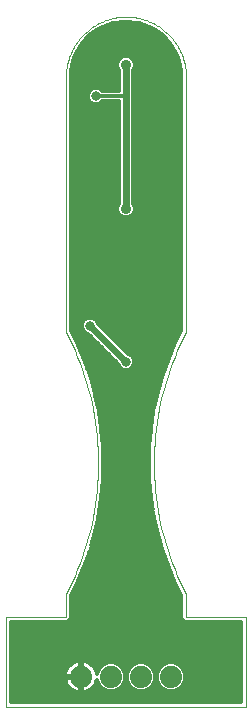
<source format=gbl>
G75*
%MOIN*%
%OFA0B0*%
%FSLAX25Y25*%
%IPPOS*%
%LPD*%
%AMOC8*
5,1,8,0,0,1.08239X$1,22.5*
%
%ADD10C,0.00000*%
%ADD11C,0.07400*%
%ADD12C,0.03169*%
%ADD13C,0.01200*%
%ADD14C,0.02400*%
%ADD15C,0.03562*%
D10*
X0046600Y0039100D02*
X0046600Y0069100D01*
X0066600Y0069100D01*
X0066600Y0076600D01*
X0046600Y0039100D02*
X0126600Y0039100D01*
X0126600Y0069100D01*
X0106600Y0069100D01*
X0106600Y0076600D01*
X0106600Y0164100D02*
X0106600Y0249100D01*
X0106594Y0249587D01*
X0106576Y0250074D01*
X0106547Y0250560D01*
X0106505Y0251045D01*
X0106452Y0251529D01*
X0106387Y0252012D01*
X0106310Y0252493D01*
X0106222Y0252972D01*
X0106122Y0253449D01*
X0106010Y0253923D01*
X0105887Y0254394D01*
X0105752Y0254862D01*
X0105606Y0255327D01*
X0105449Y0255788D01*
X0105280Y0256245D01*
X0105101Y0256697D01*
X0104910Y0257146D01*
X0104709Y0257589D01*
X0104497Y0258028D01*
X0104274Y0258461D01*
X0104041Y0258888D01*
X0103797Y0259310D01*
X0103544Y0259726D01*
X0103280Y0260135D01*
X0103006Y0260538D01*
X0102723Y0260934D01*
X0102430Y0261323D01*
X0102128Y0261705D01*
X0101816Y0262080D01*
X0101495Y0262446D01*
X0101166Y0262805D01*
X0100828Y0263156D01*
X0100481Y0263498D01*
X0100127Y0263832D01*
X0099764Y0264157D01*
X0099393Y0264473D01*
X0099015Y0264780D01*
X0098630Y0265078D01*
X0098237Y0265366D01*
X0097838Y0265644D01*
X0097431Y0265913D01*
X0097019Y0266172D01*
X0096600Y0266421D01*
X0096175Y0266659D01*
X0095745Y0266887D01*
X0095309Y0267104D01*
X0094868Y0267311D01*
X0094422Y0267507D01*
X0093972Y0267692D01*
X0093517Y0267866D01*
X0093058Y0268029D01*
X0092595Y0268180D01*
X0092128Y0268321D01*
X0091659Y0268450D01*
X0091186Y0268567D01*
X0090711Y0268673D01*
X0090233Y0268767D01*
X0089753Y0268850D01*
X0089271Y0268921D01*
X0088787Y0268980D01*
X0088303Y0269027D01*
X0087817Y0269063D01*
X0087330Y0269087D01*
X0086844Y0269099D01*
X0086356Y0269099D01*
X0085870Y0269087D01*
X0085383Y0269063D01*
X0084897Y0269027D01*
X0084413Y0268980D01*
X0083929Y0268921D01*
X0083447Y0268850D01*
X0082967Y0268767D01*
X0082489Y0268673D01*
X0082014Y0268567D01*
X0081541Y0268450D01*
X0081072Y0268321D01*
X0080605Y0268180D01*
X0080142Y0268029D01*
X0079683Y0267866D01*
X0079228Y0267692D01*
X0078778Y0267507D01*
X0078332Y0267311D01*
X0077891Y0267104D01*
X0077455Y0266887D01*
X0077025Y0266659D01*
X0076600Y0266421D01*
X0076181Y0266172D01*
X0075769Y0265913D01*
X0075362Y0265644D01*
X0074963Y0265366D01*
X0074570Y0265078D01*
X0074185Y0264780D01*
X0073807Y0264473D01*
X0073436Y0264157D01*
X0073073Y0263832D01*
X0072719Y0263498D01*
X0072372Y0263156D01*
X0072034Y0262805D01*
X0071705Y0262446D01*
X0071384Y0262080D01*
X0071072Y0261705D01*
X0070770Y0261323D01*
X0070477Y0260934D01*
X0070194Y0260538D01*
X0069920Y0260135D01*
X0069656Y0259726D01*
X0069403Y0259310D01*
X0069159Y0258888D01*
X0068926Y0258461D01*
X0068703Y0258028D01*
X0068491Y0257589D01*
X0068290Y0257146D01*
X0068099Y0256697D01*
X0067920Y0256245D01*
X0067751Y0255788D01*
X0067594Y0255327D01*
X0067448Y0254862D01*
X0067313Y0254394D01*
X0067190Y0253923D01*
X0067078Y0253449D01*
X0066978Y0252972D01*
X0066890Y0252493D01*
X0066813Y0252012D01*
X0066748Y0251529D01*
X0066695Y0251045D01*
X0066653Y0250560D01*
X0066624Y0250074D01*
X0066606Y0249587D01*
X0066600Y0249100D01*
X0066600Y0164100D01*
X0067626Y0162071D01*
X0068603Y0160018D01*
X0069530Y0157941D01*
X0070407Y0155844D01*
X0071233Y0153725D01*
X0072008Y0151588D01*
X0072732Y0149432D01*
X0073404Y0147260D01*
X0074024Y0145072D01*
X0074591Y0142871D01*
X0075105Y0140656D01*
X0075565Y0138429D01*
X0075972Y0136192D01*
X0076325Y0133946D01*
X0076625Y0131692D01*
X0076870Y0129431D01*
X0077061Y0127166D01*
X0077197Y0124896D01*
X0077279Y0122624D01*
X0077306Y0120350D01*
X0077279Y0118076D01*
X0077197Y0115804D01*
X0077061Y0113534D01*
X0076870Y0111269D01*
X0076625Y0109008D01*
X0076325Y0106754D01*
X0075972Y0104508D01*
X0075565Y0102271D01*
X0075105Y0100044D01*
X0074591Y0097829D01*
X0074024Y0095628D01*
X0073404Y0093440D01*
X0072732Y0091268D01*
X0072008Y0089112D01*
X0071233Y0086975D01*
X0070407Y0084856D01*
X0069530Y0082759D01*
X0068603Y0080682D01*
X0067626Y0078629D01*
X0066600Y0076600D01*
X0106600Y0076600D02*
X0105574Y0078629D01*
X0104597Y0080682D01*
X0103670Y0082759D01*
X0102793Y0084856D01*
X0101967Y0086975D01*
X0101192Y0089112D01*
X0100468Y0091268D01*
X0099796Y0093440D01*
X0099176Y0095628D01*
X0098609Y0097829D01*
X0098095Y0100044D01*
X0097635Y0102271D01*
X0097228Y0104508D01*
X0096875Y0106754D01*
X0096575Y0109008D01*
X0096330Y0111269D01*
X0096139Y0113534D01*
X0096003Y0115804D01*
X0095921Y0118076D01*
X0095894Y0120350D01*
X0095921Y0122624D01*
X0096003Y0124896D01*
X0096139Y0127166D01*
X0096330Y0129431D01*
X0096575Y0131692D01*
X0096875Y0133946D01*
X0097228Y0136192D01*
X0097635Y0138429D01*
X0098095Y0140656D01*
X0098609Y0142871D01*
X0099176Y0145072D01*
X0099796Y0147260D01*
X0100468Y0149432D01*
X0101192Y0151588D01*
X0101967Y0153725D01*
X0102793Y0155844D01*
X0103670Y0157941D01*
X0104597Y0160018D01*
X0105574Y0162071D01*
X0106600Y0164100D01*
D11*
X0101600Y0049100D03*
X0091600Y0049100D03*
X0081600Y0049100D03*
X0071600Y0049100D03*
D12*
X0086600Y0154100D03*
X0074600Y0166100D03*
X0081100Y0193100D03*
X0092100Y0193100D03*
X0094600Y0221600D03*
X0096600Y0242600D03*
X0078600Y0221600D03*
X0076600Y0242600D03*
D13*
X0086600Y0242600D01*
X0088900Y0242884D02*
X0105000Y0242884D01*
X0105000Y0241686D02*
X0088900Y0241686D01*
X0088900Y0240487D02*
X0105000Y0240487D01*
X0105000Y0239289D02*
X0088900Y0239289D01*
X0088900Y0238090D02*
X0105000Y0238090D01*
X0105000Y0236892D02*
X0088900Y0236892D01*
X0088900Y0235693D02*
X0105000Y0235693D01*
X0105000Y0234495D02*
X0088900Y0234495D01*
X0088900Y0233296D02*
X0105000Y0233296D01*
X0105000Y0232098D02*
X0088900Y0232098D01*
X0088900Y0230899D02*
X0105000Y0230899D01*
X0105000Y0229701D02*
X0088900Y0229701D01*
X0088900Y0228502D02*
X0105000Y0228502D01*
X0105000Y0227303D02*
X0088900Y0227303D01*
X0088900Y0226105D02*
X0105000Y0226105D01*
X0105000Y0224906D02*
X0088900Y0224906D01*
X0088900Y0223708D02*
X0105000Y0223708D01*
X0105000Y0222509D02*
X0088900Y0222509D01*
X0088900Y0221311D02*
X0105000Y0221311D01*
X0105000Y0220112D02*
X0088900Y0220112D01*
X0088900Y0218914D02*
X0105000Y0218914D01*
X0105000Y0217715D02*
X0088900Y0217715D01*
X0088900Y0216517D02*
X0105000Y0216517D01*
X0105000Y0215318D02*
X0088900Y0215318D01*
X0088900Y0214120D02*
X0105000Y0214120D01*
X0105000Y0212921D02*
X0088900Y0212921D01*
X0088900Y0211723D02*
X0105000Y0211723D01*
X0105000Y0210524D02*
X0088900Y0210524D01*
X0088900Y0209326D02*
X0105000Y0209326D01*
X0105000Y0208127D02*
X0088900Y0208127D01*
X0088900Y0206929D02*
X0105000Y0206929D01*
X0105000Y0205730D02*
X0089457Y0205730D01*
X0089481Y0205673D02*
X0089042Y0206732D01*
X0088900Y0206874D01*
X0088900Y0251326D01*
X0089042Y0251468D01*
X0089481Y0252527D01*
X0089481Y0253673D01*
X0089042Y0254732D01*
X0088232Y0255542D01*
X0087173Y0255981D01*
X0086027Y0255981D01*
X0084968Y0255542D01*
X0084158Y0254732D01*
X0083719Y0253673D01*
X0083719Y0252527D01*
X0084158Y0251468D01*
X0084300Y0251326D01*
X0084300Y0244300D01*
X0078696Y0244300D01*
X0078120Y0244876D01*
X0077134Y0245284D01*
X0076066Y0245284D01*
X0075079Y0244876D01*
X0074324Y0244120D01*
X0073916Y0243134D01*
X0073916Y0242066D01*
X0074324Y0241079D01*
X0075079Y0240324D01*
X0076066Y0239916D01*
X0077134Y0239916D01*
X0078120Y0240324D01*
X0078696Y0240900D01*
X0084300Y0240900D01*
X0084300Y0206874D01*
X0084158Y0206732D01*
X0083719Y0205673D01*
X0083719Y0204527D01*
X0084158Y0203468D01*
X0084968Y0202658D01*
X0086027Y0202219D01*
X0087173Y0202219D01*
X0088232Y0202658D01*
X0089042Y0203468D01*
X0089481Y0204527D01*
X0089481Y0205673D01*
X0089481Y0204532D02*
X0105000Y0204532D01*
X0105000Y0203333D02*
X0088908Y0203333D01*
X0084292Y0203333D02*
X0068200Y0203333D01*
X0068200Y0202135D02*
X0105000Y0202135D01*
X0105000Y0200936D02*
X0068200Y0200936D01*
X0068200Y0199738D02*
X0105000Y0199738D01*
X0105000Y0198539D02*
X0068200Y0198539D01*
X0068200Y0197341D02*
X0105000Y0197341D01*
X0105000Y0196142D02*
X0068200Y0196142D01*
X0068200Y0194944D02*
X0105000Y0194944D01*
X0105000Y0193745D02*
X0068200Y0193745D01*
X0068200Y0192547D02*
X0105000Y0192547D01*
X0105000Y0191348D02*
X0068200Y0191348D01*
X0068200Y0190150D02*
X0105000Y0190150D01*
X0105000Y0188951D02*
X0068200Y0188951D01*
X0068200Y0187753D02*
X0105000Y0187753D01*
X0105000Y0186554D02*
X0068200Y0186554D01*
X0068200Y0185356D02*
X0105000Y0185356D01*
X0105000Y0184157D02*
X0068200Y0184157D01*
X0068200Y0182959D02*
X0105000Y0182959D01*
X0105000Y0181760D02*
X0068200Y0181760D01*
X0068200Y0180562D02*
X0105000Y0180562D01*
X0105000Y0179363D02*
X0068200Y0179363D01*
X0068200Y0178165D02*
X0105000Y0178165D01*
X0105000Y0176966D02*
X0068200Y0176966D01*
X0068200Y0175768D02*
X0105000Y0175768D01*
X0105000Y0174569D02*
X0068200Y0174569D01*
X0068200Y0173370D02*
X0105000Y0173370D01*
X0105000Y0172172D02*
X0068200Y0172172D01*
X0068200Y0170973D02*
X0105000Y0170973D01*
X0105000Y0169775D02*
X0068200Y0169775D01*
X0068200Y0168576D02*
X0073564Y0168576D01*
X0073079Y0168376D02*
X0074066Y0168784D01*
X0075134Y0168784D01*
X0076120Y0168376D01*
X0076876Y0167620D01*
X0077260Y0166693D01*
X0087193Y0156760D01*
X0088120Y0156376D01*
X0088876Y0155620D01*
X0089284Y0154634D01*
X0089284Y0153566D01*
X0088876Y0152579D01*
X0088120Y0151824D01*
X0087134Y0151416D01*
X0086066Y0151416D01*
X0085079Y0151824D01*
X0084324Y0152579D01*
X0083940Y0153507D01*
X0074007Y0163440D01*
X0073079Y0163824D01*
X0072324Y0164579D01*
X0071916Y0165566D01*
X0071916Y0166634D01*
X0072324Y0167620D01*
X0073079Y0168376D01*
X0072224Y0167378D02*
X0068200Y0167378D01*
X0068200Y0166179D02*
X0071916Y0166179D01*
X0072158Y0164981D02*
X0068200Y0164981D01*
X0068200Y0164492D02*
X0068200Y0249100D01*
X0068334Y0251318D01*
X0069396Y0255625D01*
X0071457Y0259552D01*
X0074399Y0262873D01*
X0078049Y0265392D01*
X0082197Y0266965D01*
X0086600Y0267500D01*
X0091003Y0266965D01*
X0095151Y0265392D01*
X0098801Y0262873D01*
X0101743Y0259552D01*
X0103804Y0255625D01*
X0104866Y0251318D01*
X0105000Y0249100D01*
X0105000Y0164492D01*
X0102508Y0159705D01*
X0098431Y0148872D01*
X0095680Y0137629D01*
X0094294Y0126137D01*
X0094294Y0114563D01*
X0095680Y0103071D01*
X0098431Y0091828D01*
X0102508Y0080995D01*
X0105000Y0076208D01*
X0105000Y0068437D01*
X0105937Y0067500D01*
X0125000Y0067500D01*
X0125000Y0040700D01*
X0048200Y0040700D01*
X0048200Y0067500D01*
X0067263Y0067500D01*
X0068200Y0068437D01*
X0068200Y0076208D01*
X0070692Y0080995D01*
X0074769Y0091828D01*
X0077520Y0103071D01*
X0078906Y0114563D01*
X0078906Y0126137D01*
X0077520Y0137629D01*
X0077520Y0137629D01*
X0074769Y0148872D01*
X0074769Y0148872D01*
X0070692Y0159705D01*
X0070692Y0159705D01*
X0068200Y0164492D01*
X0068569Y0163782D02*
X0073181Y0163782D01*
X0074863Y0162584D02*
X0069193Y0162584D01*
X0069817Y0161385D02*
X0076062Y0161385D01*
X0077260Y0160187D02*
X0070441Y0160187D01*
X0070961Y0158988D02*
X0078459Y0158988D01*
X0079657Y0157790D02*
X0071412Y0157790D01*
X0071864Y0156591D02*
X0080856Y0156591D01*
X0082055Y0155393D02*
X0072315Y0155393D01*
X0072766Y0154194D02*
X0083253Y0154194D01*
X0084152Y0152996D02*
X0073217Y0152996D01*
X0073668Y0151797D02*
X0085145Y0151797D01*
X0088055Y0151797D02*
X0099532Y0151797D01*
X0099081Y0150599D02*
X0074119Y0150599D01*
X0074570Y0149400D02*
X0098630Y0149400D01*
X0098431Y0148872D02*
X0098431Y0148872D01*
X0098267Y0148202D02*
X0074933Y0148202D01*
X0075226Y0147003D02*
X0097974Y0147003D01*
X0097681Y0145805D02*
X0075519Y0145805D01*
X0075813Y0144606D02*
X0097387Y0144606D01*
X0097094Y0143408D02*
X0076106Y0143408D01*
X0076399Y0142209D02*
X0096801Y0142209D01*
X0096507Y0141011D02*
X0076693Y0141011D01*
X0076986Y0139812D02*
X0096214Y0139812D01*
X0095921Y0138614D02*
X0077279Y0138614D01*
X0077546Y0137415D02*
X0095654Y0137415D01*
X0095680Y0137629D02*
X0095680Y0137629D01*
X0095510Y0136217D02*
X0077690Y0136217D01*
X0077835Y0135018D02*
X0095365Y0135018D01*
X0095221Y0133820D02*
X0077979Y0133820D01*
X0078124Y0132621D02*
X0095076Y0132621D01*
X0094932Y0131423D02*
X0078268Y0131423D01*
X0078413Y0130224D02*
X0094787Y0130224D01*
X0094643Y0129026D02*
X0078557Y0129026D01*
X0078702Y0127827D02*
X0094498Y0127827D01*
X0094354Y0126629D02*
X0078846Y0126629D01*
X0078906Y0125430D02*
X0094294Y0125430D01*
X0094294Y0124232D02*
X0078906Y0124232D01*
X0078906Y0123033D02*
X0094294Y0123033D01*
X0094294Y0121834D02*
X0078906Y0121834D01*
X0078906Y0120636D02*
X0094294Y0120636D01*
X0094294Y0119437D02*
X0078906Y0119437D01*
X0078906Y0118239D02*
X0094294Y0118239D01*
X0094294Y0117040D02*
X0078906Y0117040D01*
X0078906Y0115842D02*
X0094294Y0115842D01*
X0094294Y0114643D02*
X0078906Y0114643D01*
X0078771Y0113445D02*
X0094429Y0113445D01*
X0094574Y0112246D02*
X0078626Y0112246D01*
X0078482Y0111048D02*
X0094718Y0111048D01*
X0094863Y0109849D02*
X0078337Y0109849D01*
X0078193Y0108651D02*
X0095007Y0108651D01*
X0095152Y0107452D02*
X0078048Y0107452D01*
X0077904Y0106254D02*
X0095296Y0106254D01*
X0095441Y0105055D02*
X0077759Y0105055D01*
X0077615Y0103857D02*
X0095585Y0103857D01*
X0095781Y0102658D02*
X0077419Y0102658D01*
X0077520Y0103071D02*
X0077520Y0103071D01*
X0077126Y0101460D02*
X0096074Y0101460D01*
X0096367Y0100261D02*
X0076832Y0100261D01*
X0076539Y0099063D02*
X0096661Y0099063D01*
X0096954Y0097864D02*
X0076246Y0097864D01*
X0075953Y0096666D02*
X0097247Y0096666D01*
X0097541Y0095467D02*
X0075659Y0095467D01*
X0075366Y0094269D02*
X0097834Y0094269D01*
X0098127Y0093070D02*
X0075073Y0093070D01*
X0074780Y0091872D02*
X0098420Y0091872D01*
X0098866Y0090673D02*
X0074334Y0090673D01*
X0074769Y0091828D02*
X0074769Y0091828D01*
X0073883Y0089475D02*
X0099317Y0089475D01*
X0099768Y0088276D02*
X0073432Y0088276D01*
X0072981Y0087078D02*
X0100219Y0087078D01*
X0100670Y0085879D02*
X0072530Y0085879D01*
X0072079Y0084681D02*
X0101121Y0084681D01*
X0101572Y0083482D02*
X0071628Y0083482D01*
X0071177Y0082284D02*
X0102023Y0082284D01*
X0102474Y0081085D02*
X0070726Y0081085D01*
X0070692Y0080995D02*
X0070692Y0080995D01*
X0070115Y0079887D02*
X0103085Y0079887D01*
X0103709Y0078688D02*
X0069491Y0078688D01*
X0068867Y0077490D02*
X0104333Y0077490D01*
X0104957Y0076291D02*
X0068243Y0076291D01*
X0068200Y0075093D02*
X0105000Y0075093D01*
X0105000Y0073894D02*
X0068200Y0073894D01*
X0068200Y0072696D02*
X0105000Y0072696D01*
X0105000Y0071497D02*
X0068200Y0071497D01*
X0068200Y0070299D02*
X0105000Y0070299D01*
X0105000Y0069100D02*
X0068200Y0069100D01*
X0067664Y0067901D02*
X0105536Y0067901D01*
X0102555Y0053900D02*
X0100645Y0053900D01*
X0098881Y0053169D01*
X0097531Y0051819D01*
X0096800Y0050055D01*
X0096800Y0048145D01*
X0097531Y0046381D01*
X0098881Y0045031D01*
X0100645Y0044300D01*
X0102555Y0044300D01*
X0104319Y0045031D01*
X0105669Y0046381D01*
X0106400Y0048145D01*
X0106400Y0050055D01*
X0105669Y0051819D01*
X0104319Y0053169D01*
X0102555Y0053900D01*
X0103474Y0053519D02*
X0125000Y0053519D01*
X0125000Y0052321D02*
X0105167Y0052321D01*
X0105958Y0051122D02*
X0125000Y0051122D01*
X0125000Y0049924D02*
X0106400Y0049924D01*
X0106400Y0048725D02*
X0125000Y0048725D01*
X0125000Y0047527D02*
X0106144Y0047527D01*
X0105616Y0046328D02*
X0125000Y0046328D01*
X0125000Y0045130D02*
X0104418Y0045130D01*
X0098782Y0045130D02*
X0094418Y0045130D01*
X0094319Y0045031D02*
X0095669Y0046381D01*
X0096400Y0048145D01*
X0096400Y0050055D01*
X0095669Y0051819D01*
X0094319Y0053169D01*
X0092555Y0053900D01*
X0090645Y0053900D01*
X0088881Y0053169D01*
X0087531Y0051819D01*
X0086800Y0050055D01*
X0086800Y0048145D01*
X0087531Y0046381D01*
X0088881Y0045031D01*
X0090645Y0044300D01*
X0092555Y0044300D01*
X0094319Y0045031D01*
X0095616Y0046328D02*
X0097583Y0046328D01*
X0097056Y0047527D02*
X0096144Y0047527D01*
X0096400Y0048725D02*
X0096800Y0048725D01*
X0096800Y0049924D02*
X0096400Y0049924D01*
X0095958Y0051122D02*
X0097242Y0051122D01*
X0098033Y0052321D02*
X0095167Y0052321D01*
X0093474Y0053519D02*
X0099726Y0053519D01*
X0089726Y0053519D02*
X0083474Y0053519D01*
X0084319Y0053169D02*
X0082555Y0053900D01*
X0080645Y0053900D01*
X0078881Y0053169D01*
X0077531Y0051819D01*
X0076811Y0050081D01*
X0076769Y0050341D01*
X0076512Y0051134D01*
X0076133Y0051878D01*
X0075643Y0052553D01*
X0075053Y0053143D01*
X0074378Y0053633D01*
X0073634Y0054012D01*
X0072841Y0054269D01*
X0072017Y0054400D01*
X0072000Y0054400D01*
X0072000Y0049500D01*
X0071200Y0049500D01*
X0071200Y0054400D01*
X0071183Y0054400D01*
X0070359Y0054269D01*
X0069566Y0054012D01*
X0068822Y0053633D01*
X0068147Y0053143D01*
X0067557Y0052553D01*
X0067067Y0051878D01*
X0066688Y0051134D01*
X0066430Y0050341D01*
X0066300Y0049517D01*
X0066300Y0049500D01*
X0071200Y0049500D01*
X0071200Y0048700D01*
X0066300Y0048700D01*
X0066300Y0048683D01*
X0066430Y0047859D01*
X0066688Y0047066D01*
X0067067Y0046322D01*
X0067557Y0045647D01*
X0068147Y0045057D01*
X0068822Y0044567D01*
X0069566Y0044188D01*
X0070359Y0043930D01*
X0071183Y0043800D01*
X0071200Y0043800D01*
X0071200Y0048700D01*
X0072000Y0048700D01*
X0072000Y0043800D01*
X0072017Y0043800D01*
X0072841Y0043930D01*
X0073634Y0044188D01*
X0074378Y0044567D01*
X0075053Y0045057D01*
X0075643Y0045647D01*
X0076133Y0046322D01*
X0076512Y0047066D01*
X0076769Y0047859D01*
X0076811Y0048119D01*
X0077531Y0046381D01*
X0078881Y0045031D01*
X0080645Y0044300D01*
X0082555Y0044300D01*
X0084319Y0045031D01*
X0085669Y0046381D01*
X0086400Y0048145D01*
X0086400Y0050055D01*
X0085669Y0051819D01*
X0084319Y0053169D01*
X0085167Y0052321D02*
X0088033Y0052321D01*
X0087242Y0051122D02*
X0085958Y0051122D01*
X0086400Y0049924D02*
X0086800Y0049924D01*
X0086800Y0048725D02*
X0086400Y0048725D01*
X0086144Y0047527D02*
X0087056Y0047527D01*
X0087583Y0046328D02*
X0085616Y0046328D01*
X0084418Y0045130D02*
X0088782Y0045130D01*
X0078782Y0045130D02*
X0075125Y0045130D01*
X0076136Y0046328D02*
X0077583Y0046328D01*
X0077056Y0047527D02*
X0076662Y0047527D01*
X0076516Y0051122D02*
X0077242Y0051122D01*
X0078033Y0052321D02*
X0075811Y0052321D01*
X0074534Y0053519D02*
X0079726Y0053519D01*
X0072000Y0053519D02*
X0071200Y0053519D01*
X0071200Y0052321D02*
X0072000Y0052321D01*
X0072000Y0051122D02*
X0071200Y0051122D01*
X0071200Y0049924D02*
X0072000Y0049924D01*
X0071200Y0048725D02*
X0048200Y0048725D01*
X0048200Y0047527D02*
X0066538Y0047527D01*
X0067064Y0046328D02*
X0048200Y0046328D01*
X0048200Y0045130D02*
X0068075Y0045130D01*
X0070357Y0043931D02*
X0048200Y0043931D01*
X0048200Y0042733D02*
X0125000Y0042733D01*
X0125000Y0043931D02*
X0072843Y0043931D01*
X0072000Y0043931D02*
X0071200Y0043931D01*
X0071200Y0045130D02*
X0072000Y0045130D01*
X0072000Y0046328D02*
X0071200Y0046328D01*
X0071200Y0047527D02*
X0072000Y0047527D01*
X0068666Y0053519D02*
X0048200Y0053519D01*
X0048200Y0052321D02*
X0067389Y0052321D01*
X0066684Y0051122D02*
X0048200Y0051122D01*
X0048200Y0049924D02*
X0066364Y0049924D01*
X0048200Y0054718D02*
X0125000Y0054718D01*
X0125000Y0055916D02*
X0048200Y0055916D01*
X0048200Y0057115D02*
X0125000Y0057115D01*
X0125000Y0058313D02*
X0048200Y0058313D01*
X0048200Y0059512D02*
X0125000Y0059512D01*
X0125000Y0060710D02*
X0048200Y0060710D01*
X0048200Y0061909D02*
X0125000Y0061909D01*
X0125000Y0063107D02*
X0048200Y0063107D01*
X0048200Y0064306D02*
X0125000Y0064306D01*
X0125000Y0065504D02*
X0048200Y0065504D01*
X0048200Y0066703D02*
X0125000Y0066703D01*
X0125000Y0041534D02*
X0048200Y0041534D01*
X0089048Y0152996D02*
X0099983Y0152996D01*
X0100434Y0154194D02*
X0089284Y0154194D01*
X0088970Y0155393D02*
X0100885Y0155393D01*
X0101336Y0156591D02*
X0087600Y0156591D01*
X0086163Y0157790D02*
X0101788Y0157790D01*
X0102239Y0158988D02*
X0084964Y0158988D01*
X0083766Y0160187D02*
X0102759Y0160187D01*
X0102508Y0159705D02*
X0102508Y0159705D01*
X0103383Y0161385D02*
X0082567Y0161385D01*
X0081369Y0162584D02*
X0104007Y0162584D01*
X0104631Y0163782D02*
X0080170Y0163782D01*
X0078972Y0164981D02*
X0105000Y0164981D01*
X0105000Y0166179D02*
X0077773Y0166179D01*
X0076976Y0167378D02*
X0105000Y0167378D01*
X0105000Y0168576D02*
X0075636Y0168576D01*
X0068200Y0204532D02*
X0083719Y0204532D01*
X0083743Y0205730D02*
X0068200Y0205730D01*
X0068200Y0206929D02*
X0084300Y0206929D01*
X0084300Y0208127D02*
X0068200Y0208127D01*
X0068200Y0209326D02*
X0084300Y0209326D01*
X0084300Y0210524D02*
X0068200Y0210524D01*
X0068200Y0211723D02*
X0084300Y0211723D01*
X0084300Y0212921D02*
X0068200Y0212921D01*
X0068200Y0214120D02*
X0084300Y0214120D01*
X0084300Y0215318D02*
X0068200Y0215318D01*
X0068200Y0216517D02*
X0084300Y0216517D01*
X0084300Y0217715D02*
X0068200Y0217715D01*
X0068200Y0218914D02*
X0084300Y0218914D01*
X0084300Y0220112D02*
X0068200Y0220112D01*
X0068200Y0221311D02*
X0084300Y0221311D01*
X0084300Y0222509D02*
X0068200Y0222509D01*
X0068200Y0223708D02*
X0084300Y0223708D01*
X0084300Y0224906D02*
X0068200Y0224906D01*
X0068200Y0226105D02*
X0084300Y0226105D01*
X0084300Y0227303D02*
X0068200Y0227303D01*
X0068200Y0228502D02*
X0084300Y0228502D01*
X0084300Y0229701D02*
X0068200Y0229701D01*
X0068200Y0230899D02*
X0084300Y0230899D01*
X0084300Y0232098D02*
X0068200Y0232098D01*
X0068200Y0233296D02*
X0084300Y0233296D01*
X0084300Y0234495D02*
X0068200Y0234495D01*
X0068200Y0235693D02*
X0084300Y0235693D01*
X0084300Y0236892D02*
X0068200Y0236892D01*
X0068200Y0238090D02*
X0084300Y0238090D01*
X0084300Y0239289D02*
X0068200Y0239289D01*
X0068200Y0240487D02*
X0074917Y0240487D01*
X0074073Y0241686D02*
X0068200Y0241686D01*
X0068200Y0242884D02*
X0073916Y0242884D01*
X0074309Y0244083D02*
X0068200Y0244083D01*
X0068200Y0245281D02*
X0076059Y0245281D01*
X0077141Y0245281D02*
X0084300Y0245281D01*
X0084300Y0246480D02*
X0068200Y0246480D01*
X0068200Y0247678D02*
X0084300Y0247678D01*
X0084300Y0248877D02*
X0068200Y0248877D01*
X0068259Y0250075D02*
X0084300Y0250075D01*
X0084300Y0251274D02*
X0068331Y0251274D01*
X0068619Y0252472D02*
X0083742Y0252472D01*
X0083719Y0253671D02*
X0068914Y0253671D01*
X0069209Y0254869D02*
X0084295Y0254869D01*
X0088905Y0254869D02*
X0103990Y0254869D01*
X0104286Y0253671D02*
X0089481Y0253671D01*
X0089458Y0252472D02*
X0104581Y0252472D01*
X0104869Y0251274D02*
X0088900Y0251274D01*
X0088900Y0250075D02*
X0104941Y0250075D01*
X0105000Y0248877D02*
X0088900Y0248877D01*
X0088900Y0247678D02*
X0105000Y0247678D01*
X0105000Y0246480D02*
X0088900Y0246480D01*
X0088900Y0245281D02*
X0105000Y0245281D01*
X0105000Y0244083D02*
X0088900Y0244083D01*
X0084300Y0240487D02*
X0078283Y0240487D01*
X0069628Y0256068D02*
X0103572Y0256068D01*
X0102943Y0257266D02*
X0070257Y0257266D01*
X0070886Y0258465D02*
X0102314Y0258465D01*
X0101645Y0259663D02*
X0071555Y0259663D01*
X0072617Y0260862D02*
X0100583Y0260862D01*
X0099521Y0262060D02*
X0073679Y0262060D01*
X0074958Y0263259D02*
X0098242Y0263259D01*
X0096506Y0264457D02*
X0076694Y0264457D01*
X0078744Y0265656D02*
X0094456Y0265656D01*
X0091296Y0266854D02*
X0081904Y0266854D01*
D14*
X0086600Y0253100D02*
X0086600Y0242600D01*
X0086600Y0205100D01*
X0074600Y0166100D02*
X0086600Y0154100D01*
D15*
X0086600Y0205100D03*
X0086600Y0253100D03*
M02*

</source>
